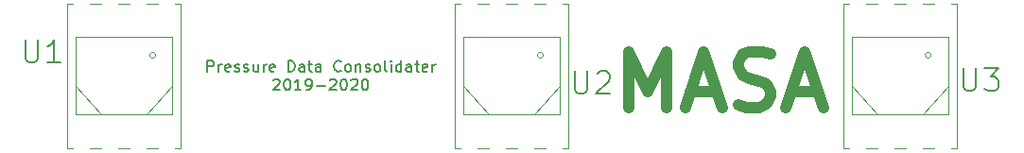
<source format=gbr>
G04 #@! TF.GenerationSoftware,KiCad,Pcbnew,(5.1.4)-1*
G04 #@! TF.CreationDate,2020-01-28T11:55:59-05:00*
G04 #@! TF.ProjectId,PDC1920,50444331-3932-4302-9e6b-696361645f70,rev?*
G04 #@! TF.SameCoordinates,Original*
G04 #@! TF.FileFunction,Legend,Top*
G04 #@! TF.FilePolarity,Positive*
%FSLAX46Y46*%
G04 Gerber Fmt 4.6, Leading zero omitted, Abs format (unit mm)*
G04 Created by KiCad (PCBNEW (5.1.4)-1) date 2020-01-28 11:55:59*
%MOMM*%
%LPD*%
G04 APERTURE LIST*
%ADD10C,1.000000*%
%ADD11C,0.150000*%
%ADD12C,0.120000*%
G04 APERTURE END LIST*
D10*
X109713166Y-96495904D02*
X109713166Y-91495904D01*
X111379833Y-95067333D01*
X113046500Y-91495904D01*
X113046500Y-96495904D01*
X115189357Y-95067333D02*
X117570309Y-95067333D01*
X114713166Y-96495904D02*
X116379833Y-91495904D01*
X118046500Y-96495904D01*
X119475071Y-96257809D02*
X120189357Y-96495904D01*
X121379833Y-96495904D01*
X121856023Y-96257809D01*
X122094119Y-96019714D01*
X122332214Y-95543523D01*
X122332214Y-95067333D01*
X122094119Y-94591142D01*
X121856023Y-94353047D01*
X121379833Y-94114952D01*
X120427452Y-93876857D01*
X119951261Y-93638761D01*
X119713166Y-93400666D01*
X119475071Y-92924476D01*
X119475071Y-92448285D01*
X119713166Y-91972095D01*
X119951261Y-91734000D01*
X120427452Y-91495904D01*
X121617928Y-91495904D01*
X122332214Y-91734000D01*
X124236976Y-95067333D02*
X126617928Y-95067333D01*
X123760785Y-96495904D02*
X125427452Y-91495904D01*
X127094119Y-96495904D01*
D11*
X71949942Y-93302580D02*
X71949942Y-92302580D01*
X72330895Y-92302580D01*
X72426133Y-92350200D01*
X72473752Y-92397819D01*
X72521371Y-92493057D01*
X72521371Y-92635914D01*
X72473752Y-92731152D01*
X72426133Y-92778771D01*
X72330895Y-92826390D01*
X71949942Y-92826390D01*
X72949942Y-93302580D02*
X72949942Y-92635914D01*
X72949942Y-92826390D02*
X72997561Y-92731152D01*
X73045180Y-92683533D01*
X73140419Y-92635914D01*
X73235657Y-92635914D01*
X73949942Y-93254961D02*
X73854704Y-93302580D01*
X73664228Y-93302580D01*
X73568990Y-93254961D01*
X73521371Y-93159723D01*
X73521371Y-92778771D01*
X73568990Y-92683533D01*
X73664228Y-92635914D01*
X73854704Y-92635914D01*
X73949942Y-92683533D01*
X73997561Y-92778771D01*
X73997561Y-92874009D01*
X73521371Y-92969247D01*
X74378514Y-93254961D02*
X74473752Y-93302580D01*
X74664228Y-93302580D01*
X74759466Y-93254961D01*
X74807085Y-93159723D01*
X74807085Y-93112104D01*
X74759466Y-93016866D01*
X74664228Y-92969247D01*
X74521371Y-92969247D01*
X74426133Y-92921628D01*
X74378514Y-92826390D01*
X74378514Y-92778771D01*
X74426133Y-92683533D01*
X74521371Y-92635914D01*
X74664228Y-92635914D01*
X74759466Y-92683533D01*
X75188038Y-93254961D02*
X75283276Y-93302580D01*
X75473752Y-93302580D01*
X75568990Y-93254961D01*
X75616609Y-93159723D01*
X75616609Y-93112104D01*
X75568990Y-93016866D01*
X75473752Y-92969247D01*
X75330895Y-92969247D01*
X75235657Y-92921628D01*
X75188038Y-92826390D01*
X75188038Y-92778771D01*
X75235657Y-92683533D01*
X75330895Y-92635914D01*
X75473752Y-92635914D01*
X75568990Y-92683533D01*
X76473752Y-92635914D02*
X76473752Y-93302580D01*
X76045180Y-92635914D02*
X76045180Y-93159723D01*
X76092800Y-93254961D01*
X76188038Y-93302580D01*
X76330895Y-93302580D01*
X76426133Y-93254961D01*
X76473752Y-93207342D01*
X76949942Y-93302580D02*
X76949942Y-92635914D01*
X76949942Y-92826390D02*
X76997561Y-92731152D01*
X77045180Y-92683533D01*
X77140419Y-92635914D01*
X77235657Y-92635914D01*
X77949942Y-93254961D02*
X77854704Y-93302580D01*
X77664228Y-93302580D01*
X77568990Y-93254961D01*
X77521371Y-93159723D01*
X77521371Y-92778771D01*
X77568990Y-92683533D01*
X77664228Y-92635914D01*
X77854704Y-92635914D01*
X77949942Y-92683533D01*
X77997561Y-92778771D01*
X77997561Y-92874009D01*
X77521371Y-92969247D01*
X79188038Y-93302580D02*
X79188038Y-92302580D01*
X79426133Y-92302580D01*
X79568990Y-92350200D01*
X79664228Y-92445438D01*
X79711847Y-92540676D01*
X79759466Y-92731152D01*
X79759466Y-92874009D01*
X79711847Y-93064485D01*
X79664228Y-93159723D01*
X79568990Y-93254961D01*
X79426133Y-93302580D01*
X79188038Y-93302580D01*
X80616609Y-93302580D02*
X80616609Y-92778771D01*
X80568990Y-92683533D01*
X80473752Y-92635914D01*
X80283276Y-92635914D01*
X80188038Y-92683533D01*
X80616609Y-93254961D02*
X80521371Y-93302580D01*
X80283276Y-93302580D01*
X80188038Y-93254961D01*
X80140419Y-93159723D01*
X80140419Y-93064485D01*
X80188038Y-92969247D01*
X80283276Y-92921628D01*
X80521371Y-92921628D01*
X80616609Y-92874009D01*
X80949942Y-92635914D02*
X81330895Y-92635914D01*
X81092800Y-92302580D02*
X81092800Y-93159723D01*
X81140419Y-93254961D01*
X81235657Y-93302580D01*
X81330895Y-93302580D01*
X82092800Y-93302580D02*
X82092800Y-92778771D01*
X82045180Y-92683533D01*
X81949942Y-92635914D01*
X81759466Y-92635914D01*
X81664228Y-92683533D01*
X82092800Y-93254961D02*
X81997561Y-93302580D01*
X81759466Y-93302580D01*
X81664228Y-93254961D01*
X81616609Y-93159723D01*
X81616609Y-93064485D01*
X81664228Y-92969247D01*
X81759466Y-92921628D01*
X81997561Y-92921628D01*
X82092800Y-92874009D01*
X83902323Y-93207342D02*
X83854704Y-93254961D01*
X83711847Y-93302580D01*
X83616609Y-93302580D01*
X83473752Y-93254961D01*
X83378514Y-93159723D01*
X83330895Y-93064485D01*
X83283276Y-92874009D01*
X83283276Y-92731152D01*
X83330895Y-92540676D01*
X83378514Y-92445438D01*
X83473752Y-92350200D01*
X83616609Y-92302580D01*
X83711847Y-92302580D01*
X83854704Y-92350200D01*
X83902323Y-92397819D01*
X84473752Y-93302580D02*
X84378514Y-93254961D01*
X84330895Y-93207342D01*
X84283276Y-93112104D01*
X84283276Y-92826390D01*
X84330895Y-92731152D01*
X84378514Y-92683533D01*
X84473752Y-92635914D01*
X84616609Y-92635914D01*
X84711847Y-92683533D01*
X84759466Y-92731152D01*
X84807085Y-92826390D01*
X84807085Y-93112104D01*
X84759466Y-93207342D01*
X84711847Y-93254961D01*
X84616609Y-93302580D01*
X84473752Y-93302580D01*
X85235657Y-92635914D02*
X85235657Y-93302580D01*
X85235657Y-92731152D02*
X85283276Y-92683533D01*
X85378514Y-92635914D01*
X85521371Y-92635914D01*
X85616609Y-92683533D01*
X85664228Y-92778771D01*
X85664228Y-93302580D01*
X86092800Y-93254961D02*
X86188038Y-93302580D01*
X86378514Y-93302580D01*
X86473752Y-93254961D01*
X86521371Y-93159723D01*
X86521371Y-93112104D01*
X86473752Y-93016866D01*
X86378514Y-92969247D01*
X86235657Y-92969247D01*
X86140419Y-92921628D01*
X86092800Y-92826390D01*
X86092800Y-92778771D01*
X86140419Y-92683533D01*
X86235657Y-92635914D01*
X86378514Y-92635914D01*
X86473752Y-92683533D01*
X87092800Y-93302580D02*
X86997561Y-93254961D01*
X86949942Y-93207342D01*
X86902323Y-93112104D01*
X86902323Y-92826390D01*
X86949942Y-92731152D01*
X86997561Y-92683533D01*
X87092800Y-92635914D01*
X87235657Y-92635914D01*
X87330895Y-92683533D01*
X87378514Y-92731152D01*
X87426133Y-92826390D01*
X87426133Y-93112104D01*
X87378514Y-93207342D01*
X87330895Y-93254961D01*
X87235657Y-93302580D01*
X87092800Y-93302580D01*
X87997561Y-93302580D02*
X87902323Y-93254961D01*
X87854704Y-93159723D01*
X87854704Y-92302580D01*
X88378514Y-93302580D02*
X88378514Y-92635914D01*
X88378514Y-92302580D02*
X88330895Y-92350200D01*
X88378514Y-92397819D01*
X88426133Y-92350200D01*
X88378514Y-92302580D01*
X88378514Y-92397819D01*
X89283276Y-93302580D02*
X89283276Y-92302580D01*
X89283276Y-93254961D02*
X89188038Y-93302580D01*
X88997561Y-93302580D01*
X88902323Y-93254961D01*
X88854704Y-93207342D01*
X88807085Y-93112104D01*
X88807085Y-92826390D01*
X88854704Y-92731152D01*
X88902323Y-92683533D01*
X88997561Y-92635914D01*
X89188038Y-92635914D01*
X89283276Y-92683533D01*
X90188038Y-93302580D02*
X90188038Y-92778771D01*
X90140419Y-92683533D01*
X90045180Y-92635914D01*
X89854704Y-92635914D01*
X89759466Y-92683533D01*
X90188038Y-93254961D02*
X90092800Y-93302580D01*
X89854704Y-93302580D01*
X89759466Y-93254961D01*
X89711847Y-93159723D01*
X89711847Y-93064485D01*
X89759466Y-92969247D01*
X89854704Y-92921628D01*
X90092800Y-92921628D01*
X90188038Y-92874009D01*
X90521371Y-92635914D02*
X90902323Y-92635914D01*
X90664228Y-92302580D02*
X90664228Y-93159723D01*
X90711847Y-93254961D01*
X90807085Y-93302580D01*
X90902323Y-93302580D01*
X91616609Y-93254961D02*
X91521371Y-93302580D01*
X91330895Y-93302580D01*
X91235657Y-93254961D01*
X91188038Y-93159723D01*
X91188038Y-92778771D01*
X91235657Y-92683533D01*
X91330895Y-92635914D01*
X91521371Y-92635914D01*
X91616609Y-92683533D01*
X91664228Y-92778771D01*
X91664228Y-92874009D01*
X91188038Y-92969247D01*
X92092800Y-93302580D02*
X92092800Y-92635914D01*
X92092800Y-92826390D02*
X92140419Y-92731152D01*
X92188038Y-92683533D01*
X92283276Y-92635914D01*
X92378514Y-92635914D01*
X77854704Y-94047819D02*
X77902323Y-94000200D01*
X77997561Y-93952580D01*
X78235657Y-93952580D01*
X78330895Y-94000200D01*
X78378514Y-94047819D01*
X78426133Y-94143057D01*
X78426133Y-94238295D01*
X78378514Y-94381152D01*
X77807085Y-94952580D01*
X78426133Y-94952580D01*
X79045180Y-93952580D02*
X79140419Y-93952580D01*
X79235657Y-94000200D01*
X79283276Y-94047819D01*
X79330895Y-94143057D01*
X79378514Y-94333533D01*
X79378514Y-94571628D01*
X79330895Y-94762104D01*
X79283276Y-94857342D01*
X79235657Y-94904961D01*
X79140419Y-94952580D01*
X79045180Y-94952580D01*
X78949942Y-94904961D01*
X78902323Y-94857342D01*
X78854704Y-94762104D01*
X78807085Y-94571628D01*
X78807085Y-94333533D01*
X78854704Y-94143057D01*
X78902323Y-94047819D01*
X78949942Y-94000200D01*
X79045180Y-93952580D01*
X80330895Y-94952580D02*
X79759466Y-94952580D01*
X80045180Y-94952580D02*
X80045180Y-93952580D01*
X79949942Y-94095438D01*
X79854704Y-94190676D01*
X79759466Y-94238295D01*
X80807085Y-94952580D02*
X80997561Y-94952580D01*
X81092800Y-94904961D01*
X81140419Y-94857342D01*
X81235657Y-94714485D01*
X81283276Y-94524009D01*
X81283276Y-94143057D01*
X81235657Y-94047819D01*
X81188038Y-94000200D01*
X81092800Y-93952580D01*
X80902323Y-93952580D01*
X80807085Y-94000200D01*
X80759466Y-94047819D01*
X80711847Y-94143057D01*
X80711847Y-94381152D01*
X80759466Y-94476390D01*
X80807085Y-94524009D01*
X80902323Y-94571628D01*
X81092800Y-94571628D01*
X81188038Y-94524009D01*
X81235657Y-94476390D01*
X81283276Y-94381152D01*
X81711847Y-94571628D02*
X82473752Y-94571628D01*
X82902323Y-94047819D02*
X82949942Y-94000200D01*
X83045180Y-93952580D01*
X83283276Y-93952580D01*
X83378514Y-94000200D01*
X83426133Y-94047819D01*
X83473752Y-94143057D01*
X83473752Y-94238295D01*
X83426133Y-94381152D01*
X82854704Y-94952580D01*
X83473752Y-94952580D01*
X84092800Y-93952580D02*
X84188038Y-93952580D01*
X84283276Y-94000200D01*
X84330895Y-94047819D01*
X84378514Y-94143057D01*
X84426133Y-94333533D01*
X84426133Y-94571628D01*
X84378514Y-94762104D01*
X84330895Y-94857342D01*
X84283276Y-94904961D01*
X84188038Y-94952580D01*
X84092800Y-94952580D01*
X83997561Y-94904961D01*
X83949942Y-94857342D01*
X83902323Y-94762104D01*
X83854704Y-94571628D01*
X83854704Y-94333533D01*
X83902323Y-94143057D01*
X83949942Y-94047819D01*
X83997561Y-94000200D01*
X84092800Y-93952580D01*
X84807085Y-94047819D02*
X84854704Y-94000200D01*
X84949942Y-93952580D01*
X85188038Y-93952580D01*
X85283276Y-94000200D01*
X85330895Y-94047819D01*
X85378514Y-94143057D01*
X85378514Y-94238295D01*
X85330895Y-94381152D01*
X84759466Y-94952580D01*
X85378514Y-94952580D01*
X85997561Y-93952580D02*
X86092800Y-93952580D01*
X86188038Y-94000200D01*
X86235657Y-94047819D01*
X86283276Y-94143057D01*
X86330895Y-94333533D01*
X86330895Y-94571628D01*
X86283276Y-94762104D01*
X86235657Y-94857342D01*
X86188038Y-94904961D01*
X86092800Y-94952580D01*
X85997561Y-94952580D01*
X85902323Y-94904961D01*
X85854704Y-94857342D01*
X85807085Y-94762104D01*
X85759466Y-94571628D01*
X85759466Y-94333533D01*
X85807085Y-94143057D01*
X85854704Y-94047819D01*
X85902323Y-94000200D01*
X85997561Y-93952580D01*
D12*
X129108200Y-100203000D02*
X129362200Y-100203000D01*
X131902200Y-100203000D02*
X130886200Y-100203000D01*
X133426200Y-100203000D02*
X134442200Y-100203000D01*
X135966200Y-100203000D02*
X136982200Y-100203000D01*
X129108200Y-100203000D02*
X128854200Y-100203000D01*
X128854200Y-100203000D02*
X128854200Y-87249000D01*
X129362200Y-87249000D02*
X128854200Y-87249000D01*
X130886200Y-87249000D02*
X131902200Y-87249000D01*
X133426200Y-87249000D02*
X134442200Y-87249000D01*
X135966200Y-87249000D02*
X136982200Y-87249000D01*
X138506200Y-87249000D02*
X139014200Y-87249000D01*
X139014200Y-87249000D02*
X139014200Y-100203000D01*
X139014200Y-100203000D02*
X138506200Y-100203000D01*
X129616200Y-90165000D02*
X138252200Y-90165000D01*
X138252200Y-90165000D02*
X138252200Y-97155000D01*
X138252200Y-97155000D02*
X129616200Y-97155000D01*
X129616200Y-97155000D02*
X129616200Y-90165000D01*
X129616200Y-94615000D02*
X131902200Y-97155000D01*
X135966200Y-97155000D02*
X138252200Y-94615000D01*
X136728200Y-91821000D02*
G75*
G03X136728200Y-91821000I-254000J0D01*
G01*
X94387000Y-100203000D02*
X94641000Y-100203000D01*
X97181000Y-100203000D02*
X96165000Y-100203000D01*
X98705000Y-100203000D02*
X99721000Y-100203000D01*
X101245000Y-100203000D02*
X102261000Y-100203000D01*
X94387000Y-100203000D02*
X94133000Y-100203000D01*
X94133000Y-100203000D02*
X94133000Y-87249000D01*
X94641000Y-87249000D02*
X94133000Y-87249000D01*
X96165000Y-87249000D02*
X97181000Y-87249000D01*
X98705000Y-87249000D02*
X99721000Y-87249000D01*
X101245000Y-87249000D02*
X102261000Y-87249000D01*
X103785000Y-87249000D02*
X104293000Y-87249000D01*
X104293000Y-87249000D02*
X104293000Y-100203000D01*
X104293000Y-100203000D02*
X103785000Y-100203000D01*
X94895000Y-90165000D02*
X103531000Y-90165000D01*
X103531000Y-90165000D02*
X103531000Y-97155000D01*
X103531000Y-97155000D02*
X94895000Y-97155000D01*
X94895000Y-97155000D02*
X94895000Y-90165000D01*
X94895000Y-94615000D02*
X97181000Y-97155000D01*
X101245000Y-97155000D02*
X103531000Y-94615000D01*
X102007000Y-91821000D02*
G75*
G03X102007000Y-91821000I-254000J0D01*
G01*
X59673680Y-100203000D02*
X59927680Y-100203000D01*
X62467680Y-100203000D02*
X61451680Y-100203000D01*
X63991680Y-100203000D02*
X65007680Y-100203000D01*
X66531680Y-100203000D02*
X67547680Y-100203000D01*
X59673680Y-100203000D02*
X59419680Y-100203000D01*
X59419680Y-100203000D02*
X59419680Y-87249000D01*
X59927680Y-87249000D02*
X59419680Y-87249000D01*
X61451680Y-87249000D02*
X62467680Y-87249000D01*
X63991680Y-87249000D02*
X65007680Y-87249000D01*
X66531680Y-87249000D02*
X67547680Y-87249000D01*
X69071680Y-87249000D02*
X69579680Y-87249000D01*
X69579680Y-87249000D02*
X69579680Y-100203000D01*
X69579680Y-100203000D02*
X69071680Y-100203000D01*
X60181680Y-90165000D02*
X68817680Y-90165000D01*
X68817680Y-90165000D02*
X68817680Y-97155000D01*
X68817680Y-97155000D02*
X60181680Y-97155000D01*
X60181680Y-97155000D02*
X60181680Y-90165000D01*
X60181680Y-94615000D02*
X62467680Y-97155000D01*
X66531680Y-97155000D02*
X68817680Y-94615000D01*
X67293680Y-91821000D02*
G75*
G03X67293680Y-91821000I-254000J0D01*
G01*
D11*
X139636690Y-93011761D02*
X139636690Y-94630809D01*
X139731928Y-94821285D01*
X139827166Y-94916523D01*
X140017642Y-95011761D01*
X140398595Y-95011761D01*
X140589071Y-94916523D01*
X140684309Y-94821285D01*
X140779547Y-94630809D01*
X140779547Y-93011761D01*
X141541452Y-93011761D02*
X142779547Y-93011761D01*
X142112880Y-93773666D01*
X142398595Y-93773666D01*
X142589071Y-93868904D01*
X142684309Y-93964142D01*
X142779547Y-94154619D01*
X142779547Y-94630809D01*
X142684309Y-94821285D01*
X142589071Y-94916523D01*
X142398595Y-95011761D01*
X141827166Y-95011761D01*
X141636690Y-94916523D01*
X141541452Y-94821285D01*
X104838690Y-93265761D02*
X104838690Y-94884809D01*
X104933928Y-95075285D01*
X105029166Y-95170523D01*
X105219642Y-95265761D01*
X105600595Y-95265761D01*
X105791071Y-95170523D01*
X105886309Y-95075285D01*
X105981547Y-94884809D01*
X105981547Y-93265761D01*
X106838690Y-93456238D02*
X106933928Y-93361000D01*
X107124404Y-93265761D01*
X107600595Y-93265761D01*
X107791071Y-93361000D01*
X107886309Y-93456238D01*
X107981547Y-93646714D01*
X107981547Y-93837190D01*
X107886309Y-94122904D01*
X106743452Y-95265761D01*
X107981547Y-95265761D01*
X55626190Y-90471761D02*
X55626190Y-92090809D01*
X55721428Y-92281285D01*
X55816666Y-92376523D01*
X56007142Y-92471761D01*
X56388095Y-92471761D01*
X56578571Y-92376523D01*
X56673809Y-92281285D01*
X56769047Y-92090809D01*
X56769047Y-90471761D01*
X58769047Y-92471761D02*
X57626190Y-92471761D01*
X58197619Y-92471761D02*
X58197619Y-90471761D01*
X58007142Y-90757476D01*
X57816666Y-90947952D01*
X57626190Y-91043190D01*
M02*

</source>
